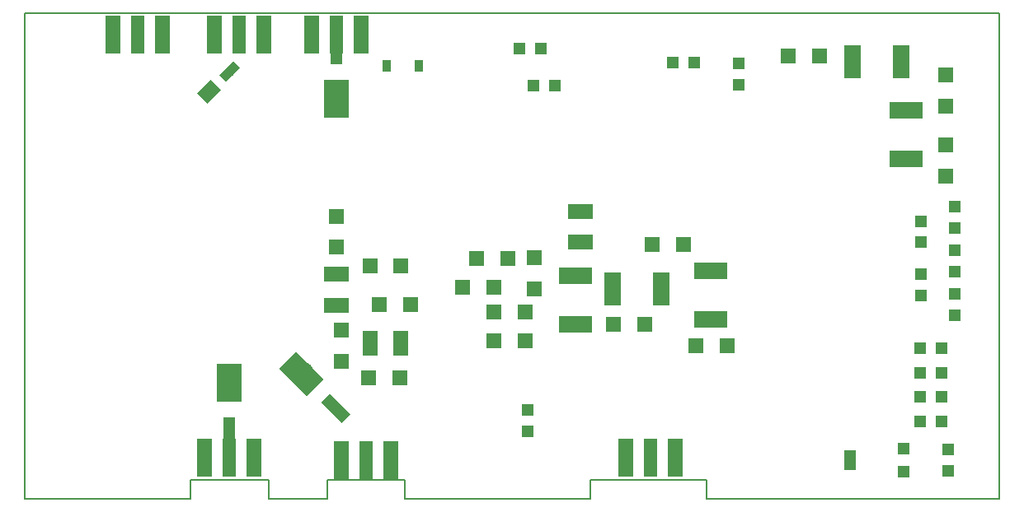
<source format=gbr>
G04 #@! TF.GenerationSoftware,KiCad,Pcbnew,(5.0.2)-1*
G04 #@! TF.CreationDate,2019-04-19T06:38:29+02:00*
G04 #@! TF.ProjectId,n2adr,6e326164-722e-46b6-9963-61645f706362,E5b8*
G04 #@! TF.SameCoordinates,PX3dfd240PY3473bc0*
G04 #@! TF.FileFunction,Paste,Top*
G04 #@! TF.FilePolarity,Positive*
%FSLAX46Y46*%
G04 Gerber Fmt 4.6, Leading zero omitted, Abs format (unit mm)*
G04 Created by KiCad (PCBNEW (5.0.2)-1) date 19/04/2019 06:38:29*
%MOMM*%
%LPD*%
G01*
G04 APERTURE LIST*
%ADD10C,0.150000*%
%ADD11R,1.500000X4.000000*%
%ADD12R,1.400000X4.000000*%
%ADD13R,2.500000X4.000000*%
%ADD14R,1.300000X3.000000*%
%ADD15R,3.500000X1.800000*%
%ADD16R,1.250000X1.200000*%
%ADD17R,1.200000X1.250000*%
%ADD18R,1.600000X1.600000*%
%ADD19R,2.500000X1.600000*%
%ADD20R,1.600000X2.500000*%
%ADD21R,1.800000X3.500000*%
%ADD22R,1.300000X1.300000*%
%ADD23R,1.300000X2.000000*%
%ADD24R,0.900000X1.200000*%
%ADD25C,1.300000*%
%ADD26C,0.100000*%
%ADD27C,2.500000*%
%ADD28C,1.500000*%
%ADD29C,1.000000*%
G04 APERTURE END LIST*
D10*
X39000000Y-50000000D02*
X58000000Y-50000000D01*
X39000000Y-48000000D02*
X39000000Y-50000000D01*
X31000000Y-48000000D02*
X39000000Y-48000000D01*
X31000000Y-50000000D02*
X31000000Y-48000000D01*
X25000000Y-50000000D02*
X31000000Y-50000000D01*
X25000000Y-48000000D02*
X25000000Y-50000000D01*
X17000000Y-48000000D02*
X25000000Y-48000000D01*
X17000000Y-50000000D02*
X17000000Y-48000000D01*
X0Y-50000000D02*
X17000000Y-50000000D01*
X58000000Y-48000000D02*
X58000000Y-50000000D01*
X70000000Y-48000000D02*
X58000000Y-48000000D01*
X70000000Y-50000000D02*
X70000000Y-48000000D01*
X100000000Y-50000000D02*
X70000000Y-50000000D01*
X0Y-50000000D02*
X0Y0D01*
X100000000Y0D02*
X100000000Y-50000000D01*
X0Y0D02*
X100000000Y0D01*
D11*
G04 #@! TO.C,CN6*
X34540000Y-2200000D03*
X29460000Y-2200000D03*
D12*
X32000000Y-2200000D03*
G04 #@! TD*
D13*
G04 #@! TO.C,CN3*
X32000000Y-8800000D03*
D14*
X32000000Y-3800000D03*
G04 #@! TD*
D15*
G04 #@! TO.C,L2*
X70400000Y-31500000D03*
X70400000Y-26500000D03*
G04 #@! TD*
D16*
G04 #@! TO.C,C1*
X73300000Y-5200000D03*
X73300000Y-7400000D03*
G04 #@! TD*
D17*
G04 #@! TO.C,C2*
X68700000Y-5100000D03*
X66500000Y-5100000D03*
G04 #@! TD*
G04 #@! TO.C,C4*
X54400000Y-7500000D03*
X52200000Y-7500000D03*
G04 #@! TD*
D18*
G04 #@! TO.C,C8*
X63600000Y-32000000D03*
X60400000Y-32000000D03*
G04 #@! TD*
G04 #@! TO.C,C9*
X68900000Y-34250000D03*
X72100000Y-34250000D03*
G04 #@! TD*
G04 #@! TO.C,C10*
X64400000Y-23800000D03*
X67600000Y-23800000D03*
G04 #@! TD*
D17*
G04 #@! TO.C,R2*
X94100000Y-34500000D03*
X91900000Y-34500000D03*
G04 #@! TD*
G04 #@! TO.C,R3*
X91900000Y-42000000D03*
X94100000Y-42000000D03*
G04 #@! TD*
G04 #@! TO.C,R6*
X94100000Y-39500000D03*
X91900000Y-39500000D03*
G04 #@! TD*
G04 #@! TO.C,R7*
X91900000Y-37000000D03*
X94100000Y-37000000D03*
G04 #@! TD*
D18*
G04 #@! TO.C,C21*
X94500000Y-13600000D03*
X94500000Y-16800000D03*
G04 #@! TD*
G04 #@! TO.C,C22*
X94500000Y-9600000D03*
X94500000Y-6400000D03*
G04 #@! TD*
G04 #@! TO.C,C23*
X81600000Y-4400000D03*
X78400000Y-4400000D03*
G04 #@! TD*
G04 #@! TO.C,C32*
X51350000Y-33750000D03*
X48150000Y-33750000D03*
G04 #@! TD*
G04 #@! TO.C,C33*
X32000000Y-20900000D03*
X32000000Y-24100000D03*
G04 #@! TD*
G04 #@! TO.C,C35*
X48100000Y-28250000D03*
X44900000Y-28250000D03*
G04 #@! TD*
G04 #@! TO.C,C36*
X38600000Y-26000000D03*
X35400000Y-26000000D03*
G04 #@! TD*
G04 #@! TO.C,C37*
X51350000Y-30750000D03*
X48150000Y-30750000D03*
G04 #@! TD*
G04 #@! TO.C,C38*
X32500000Y-35850000D03*
X32500000Y-32650000D03*
G04 #@! TD*
G04 #@! TO.C,C40*
X52250000Y-25150000D03*
X52250000Y-28350000D03*
G04 #@! TD*
G04 #@! TO.C,C41*
X39600000Y-30000000D03*
X36400000Y-30000000D03*
G04 #@! TD*
G04 #@! TO.C,C42*
X46400000Y-25250000D03*
X49600000Y-25250000D03*
G04 #@! TD*
G04 #@! TO.C,C43*
X35300000Y-37500000D03*
X38500000Y-37500000D03*
G04 #@! TD*
D19*
G04 #@! TO.C,L10*
X32000000Y-26900000D03*
X32000000Y-30100000D03*
G04 #@! TD*
D20*
G04 #@! TO.C,L13*
X35400000Y-34000000D03*
X38600000Y-34000000D03*
G04 #@! TD*
D21*
G04 #@! TO.C,L1*
X60300000Y-28400000D03*
X65300000Y-28400000D03*
G04 #@! TD*
D15*
G04 #@! TO.C,L5*
X90500000Y-15000000D03*
X90500000Y-10000000D03*
G04 #@! TD*
D21*
G04 #@! TO.C,L6*
X90000000Y-5000000D03*
X85000000Y-5000000D03*
G04 #@! TD*
D15*
G04 #@! TO.C,L9*
X56500000Y-32000000D03*
X56500000Y-27000000D03*
G04 #@! TD*
D19*
G04 #@! TO.C,L12*
X57000000Y-23600000D03*
X57000000Y-20400000D03*
G04 #@! TD*
D16*
G04 #@! TO.C,C50*
X51600000Y-40800000D03*
X51600000Y-43000000D03*
G04 #@! TD*
G04 #@! TO.C,C47*
X92000000Y-21400000D03*
X92000000Y-23600000D03*
G04 #@! TD*
G04 #@! TO.C,C48*
X95500000Y-26600000D03*
X95500000Y-24400000D03*
G04 #@! TD*
G04 #@! TO.C,C49*
X92000000Y-26900000D03*
X92000000Y-29100000D03*
G04 #@! TD*
G04 #@! TO.C,L4*
X95500000Y-31100000D03*
X95500000Y-28900000D03*
G04 #@! TD*
G04 #@! TO.C,L15*
X95500000Y-19900000D03*
X95500000Y-22100000D03*
G04 #@! TD*
G04 #@! TO.C,R1*
X94800000Y-47100000D03*
X94800000Y-44900000D03*
G04 #@! TD*
D22*
G04 #@! TO.C,RV1*
X90250000Y-44850000D03*
D23*
X84750000Y-46000000D03*
D22*
X90250000Y-47150000D03*
G04 #@! TD*
D24*
G04 #@! TO.C,D3*
X37150000Y-5400000D03*
X40450000Y-5400000D03*
G04 #@! TD*
D17*
G04 #@! TO.C,FB1*
X50800000Y-3700000D03*
X53000000Y-3700000D03*
G04 #@! TD*
D12*
G04 #@! TO.C,CN4*
X64250000Y-45750000D03*
D11*
X66790000Y-45750000D03*
X61710000Y-45750000D03*
G04 #@! TD*
D25*
G04 #@! TO.C,J1*
X31914214Y-40664214D03*
D26*
G36*
X33434494Y-41265255D02*
X32515255Y-42184494D01*
X30393934Y-40063173D01*
X31313173Y-39143934D01*
X33434494Y-41265255D01*
X33434494Y-41265255D01*
G37*
D27*
X28378680Y-37128680D03*
D26*
G36*
X30676777Y-37659010D02*
X28909010Y-39426777D01*
X26080583Y-36598350D01*
X27848350Y-34830583D01*
X30676777Y-37659010D01*
X30676777Y-37659010D01*
G37*
G04 #@! TD*
D13*
G04 #@! TO.C,J2*
X21000000Y-38000000D03*
D14*
X21000000Y-43000000D03*
G04 #@! TD*
D11*
G04 #@! TO.C,J3*
X32460000Y-46000000D03*
X37540000Y-46000000D03*
D12*
X35000000Y-46000000D03*
G04 #@! TD*
G04 #@! TO.C,J4*
X21000000Y-45750000D03*
D11*
X23540000Y-45750000D03*
X18460000Y-45750000D03*
G04 #@! TD*
D12*
G04 #@! TO.C,CN7*
X22000000Y-2200000D03*
D11*
X19460000Y-2200000D03*
X24540000Y-2200000D03*
G04 #@! TD*
D12*
G04 #@! TO.C,CN8*
X11600000Y-2200000D03*
D11*
X9060000Y-2200000D03*
X14140000Y-2200000D03*
G04 #@! TD*
D28*
G04 #@! TO.C,CN5*
X18901974Y-8098026D03*
D26*
G36*
X19078751Y-6860589D02*
X20139411Y-7921249D01*
X18725197Y-9335463D01*
X17664537Y-8274803D01*
X19078751Y-6860589D01*
X19078751Y-6860589D01*
G37*
D29*
X21002082Y-5997918D03*
D26*
G36*
X21355635Y-4937258D02*
X22062742Y-5644365D01*
X20648529Y-7058578D01*
X19941422Y-6351471D01*
X21355635Y-4937258D01*
X21355635Y-4937258D01*
G37*
G04 #@! TD*
M02*

</source>
